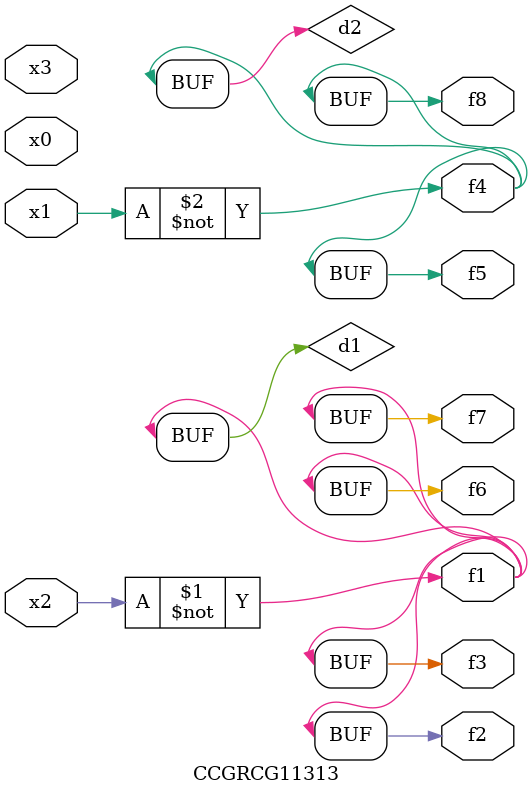
<source format=v>
module CCGRCG11313(
	input x0, x1, x2, x3,
	output f1, f2, f3, f4, f5, f6, f7, f8
);

	wire d1, d2;

	xnor (d1, x2);
	not (d2, x1);
	assign f1 = d1;
	assign f2 = d1;
	assign f3 = d1;
	assign f4 = d2;
	assign f5 = d2;
	assign f6 = d1;
	assign f7 = d1;
	assign f8 = d2;
endmodule

</source>
